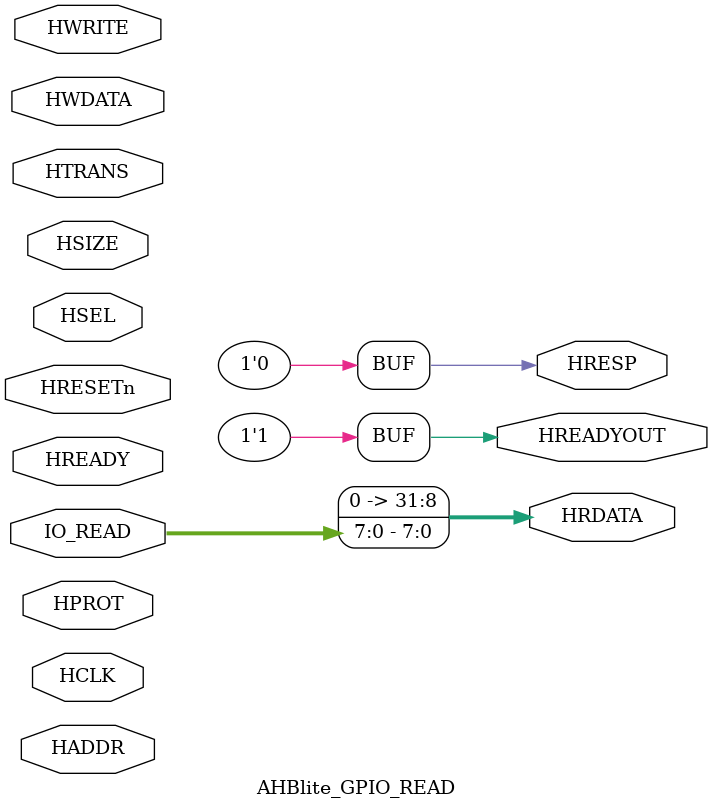
<source format=v>
module AHBlite_GPIO_READ( 
    input  wire          HCLK,    
    input  wire          HRESETn, 
    input  wire          HSEL,    
    input  wire   [31:0] HADDR,   
    input  wire    [1:0] HTRANS,  
    input  wire    [2:0] HSIZE,   
    input  wire    [3:0] HPROT,   
    input  wire          HWRITE,  
    input  wire   [31:0] HWDATA,  
    input  wire          HREADY,  
    output wire          HREADYOUT, 
    output wire   [31:0] HRDATA,  
    output wire          HRESP,
    inout  wire   [7:0]  IO_READ
);

assign HRESP = 1'b0;
assign HREADYOUT = 1'b1;

assign HRDATA = {24'b0,IO_READ};
endmodule




</source>
